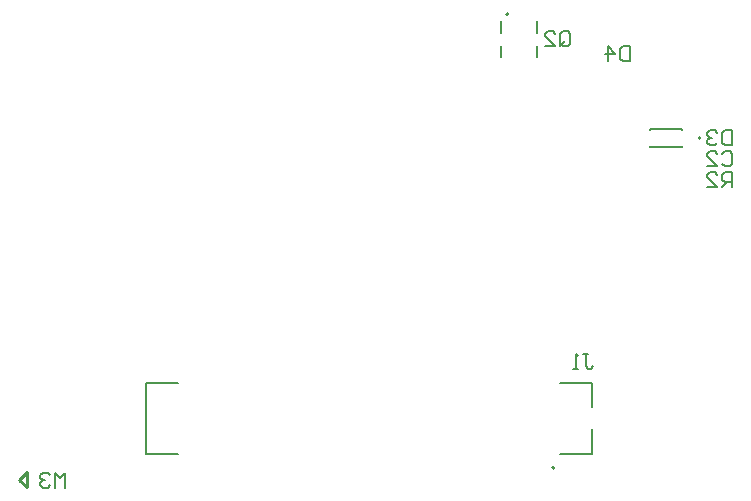
<source format=gbo>
G04*
G04 #@! TF.GenerationSoftware,Altium Limited,Altium Designer,24.0.1 (36)*
G04*
G04 Layer_Color=32896*
%FSLAX44Y44*%
%MOMM*%
G71*
G04*
G04 #@! TF.SameCoordinates,516FB9ED-FB34-4965-85CA-DC03E0874189*
G04*
G04*
G04 #@! TF.FilePolarity,Positive*
G04*
G01*
G75*
%ADD10C,0.2540*%
%ADD11C,0.2000*%
%ADD12C,0.1270*%
%ADD13C,0.2032*%
D10*
X-295910Y-325120D02*
X-289560Y-318770D01*
Y-331470D02*
Y-318770D01*
X-295910Y-325120D02*
X-289560Y-331470D01*
D11*
X118000Y69050D02*
G03*
X118000Y69050I-1000J0D01*
G01*
X280960Y-35560D02*
G03*
X280960Y-35560I-1000J0D01*
G01*
X157000Y-315050D02*
G03*
X157000Y-315050I-1000J0D01*
G01*
D12*
X142500Y32550D02*
Y42550D01*
Y53550D02*
Y63550D01*
X111500Y32550D02*
Y42550D01*
Y53550D02*
Y63550D01*
X238210Y-43310D02*
Y-42350D01*
Y-28770D02*
Y-27810D01*
X264710Y-43310D02*
X264710Y-42350D01*
X264710Y-27810D02*
X264710Y-28770D01*
X238210Y-43310D02*
X264710D01*
X238210Y-27810D02*
X264710D01*
X-189000Y-303050D02*
X-161700D01*
X161700D02*
X189000D01*
Y-282250D01*
Y-263850D02*
Y-243050D01*
X-189000D02*
X-161700D01*
X161700D02*
X189000D01*
X-189000Y-303050D02*
Y-243050D01*
D13*
X-257032Y-331968D02*
Y-319272D01*
X-261264Y-323504D01*
X-265496Y-319272D01*
Y-331968D01*
X-269728Y-321388D02*
X-271844Y-319272D01*
X-276076D01*
X-278192Y-321388D01*
Y-323504D01*
X-276076Y-325620D01*
X-273960D01*
X-276076D01*
X-278192Y-327736D01*
Y-329852D01*
X-276076Y-331968D01*
X-271844D01*
X-269728Y-329852D01*
X307760Y-77468D02*
Y-64772D01*
X301412D01*
X299296Y-66888D01*
Y-71120D01*
X301412Y-73236D01*
X307760D01*
X303528D02*
X299296Y-77468D01*
X286600D02*
X295064D01*
X286600Y-69004D01*
Y-66888D01*
X288716Y-64772D01*
X292948D01*
X295064Y-66888D01*
X162136Y44028D02*
Y52492D01*
X164252Y54608D01*
X168484D01*
X170600Y52492D01*
Y44028D01*
X168484Y41912D01*
X164252D01*
X166368Y46144D02*
X162136Y41912D01*
X164252D02*
X162136Y44028D01*
X149440Y41912D02*
X157904D01*
X149440Y50376D01*
Y52492D01*
X151556Y54608D01*
X155788D01*
X157904Y52492D01*
X221400Y41908D02*
Y29212D01*
X215052D01*
X212936Y31328D01*
Y39792D01*
X215052Y41908D01*
X221400D01*
X202356Y29212D02*
Y41908D01*
X208704Y35560D01*
X200240D01*
X307760Y-29212D02*
Y-41908D01*
X301412D01*
X299296Y-39792D01*
Y-31328D01*
X301412Y-29212D01*
X307760D01*
X295064Y-31328D02*
X292948Y-29212D01*
X288716D01*
X286600Y-31328D01*
Y-33444D01*
X288716Y-35560D01*
X290832D01*
X288716D01*
X286600Y-37676D01*
Y-39792D01*
X288716Y-41908D01*
X292948D01*
X295064Y-39792D01*
X299296Y-49108D02*
X301412Y-46992D01*
X305644D01*
X307760Y-49108D01*
Y-57572D01*
X305644Y-59688D01*
X301412D01*
X299296Y-57572D01*
X286600Y-59688D02*
X295064D01*
X286600Y-51224D01*
Y-49108D01*
X288716Y-46992D01*
X292948D01*
X295064Y-49108D01*
X181274Y-218444D02*
X185506D01*
X183390D01*
Y-229024D01*
X185506Y-231140D01*
X187622D01*
X189738Y-229024D01*
X177042Y-231140D02*
X172810D01*
X174926D01*
Y-218444D01*
X177042Y-220560D01*
M02*

</source>
